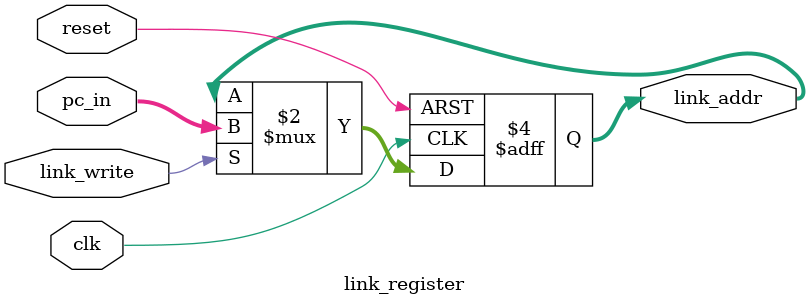
<source format=v>
module link_register (
    input clk,
    input reset,
    input link_write,
    input [15:0] pc_in,
    output reg [15:0] link_addr
);

    always @(posedge clk or posedge reset) begin
        if (reset) begin
            link_addr <= 16'd0;
        end else if (link_write) begin
            link_addr <= pc_in;
        end
    end

endmodule

</source>
